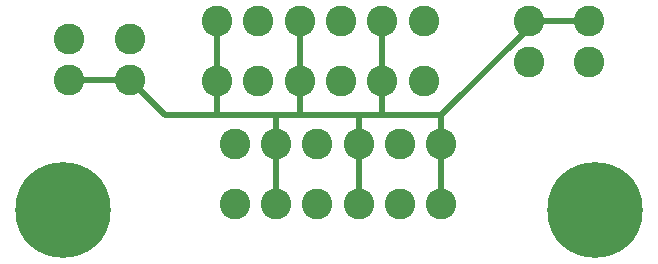
<source format=gbr>
%TF.GenerationSoftware,KiCad,Pcbnew,(5.1.12)-1*%
%TF.CreationDate,2022-01-14T14:31:03-05:00*%
%TF.ProjectId,CANJunction_6x,43414e4a-756e-4637-9469-6f6e5f36782e,00*%
%TF.SameCoordinates,Original*%
%TF.FileFunction,Copper,L2,Bot*%
%TF.FilePolarity,Positive*%
%FSLAX46Y46*%
G04 Gerber Fmt 4.6, Leading zero omitted, Abs format (unit mm)*
G04 Created by KiCad (PCBNEW (5.1.12)-1) date 2022-01-14 14:31:03*
%MOMM*%
%LPD*%
G01*
G04 APERTURE LIST*
%TA.AperFunction,ComponentPad*%
%ADD10C,8.080000*%
%TD*%
%TA.AperFunction,ComponentPad*%
%ADD11C,2.600000*%
%TD*%
%TA.AperFunction,Conductor*%
%ADD12C,0.500000*%
%TD*%
G04 APERTURE END LIST*
D10*
%TO.P,H1,*%
%TO.N,*%
X139500000Y-101500000D03*
X94500000Y-101500000D03*
%TD*%
D11*
%TO.P,J4,5*%
%TO.N,Net-(J1-Pad1)*%
X111000000Y-85500000D03*
%TO.P,J4,6*%
%TO.N,Net-(J1-Pad2)*%
X107500000Y-85500000D03*
%TO.P,J4,3*%
%TO.N,Net-(J1-Pad1)*%
X118000000Y-85500000D03*
%TO.P,J4,4*%
%TO.N,Net-(J1-Pad2)*%
X114500000Y-85500000D03*
%TO.P,J4,5*%
%TO.N,Net-(J1-Pad1)*%
X111000000Y-90600000D03*
%TO.P,J4,6*%
%TO.N,Net-(J1-Pad2)*%
X107500000Y-90600000D03*
%TO.P,J4,4*%
X114500000Y-90600000D03*
%TO.P,J4,3*%
%TO.N,Net-(J1-Pad1)*%
X118000000Y-90600000D03*
%TO.P,J4,2*%
%TO.N,Net-(J1-Pad2)*%
X121500000Y-90600000D03*
%TO.P,J4,1*%
%TO.N,Net-(J1-Pad1)*%
X125000000Y-90600000D03*
%TO.P,J4,2*%
%TO.N,Net-(J1-Pad2)*%
X121500000Y-85500000D03*
%TO.P,J4,1*%
%TO.N,Net-(J1-Pad1)*%
X125000000Y-85500000D03*
%TD*%
%TO.P,J3,5*%
%TO.N,Net-(J1-Pad1)*%
X123000000Y-101000000D03*
%TO.P,J3,6*%
%TO.N,Net-(J1-Pad2)*%
X126500000Y-101000000D03*
%TO.P,J3,3*%
%TO.N,Net-(J1-Pad1)*%
X116000000Y-101000000D03*
%TO.P,J3,4*%
%TO.N,Net-(J1-Pad2)*%
X119500000Y-101000000D03*
%TO.P,J3,5*%
%TO.N,Net-(J1-Pad1)*%
X123000000Y-95900000D03*
%TO.P,J3,6*%
%TO.N,Net-(J1-Pad2)*%
X126500000Y-95900000D03*
%TO.P,J3,4*%
X119500000Y-95900000D03*
%TO.P,J3,3*%
%TO.N,Net-(J1-Pad1)*%
X116000000Y-95900000D03*
%TO.P,J3,2*%
%TO.N,Net-(J1-Pad2)*%
X112500000Y-95900000D03*
%TO.P,J3,1*%
%TO.N,Net-(J1-Pad1)*%
X109000000Y-95900000D03*
%TO.P,J3,2*%
%TO.N,Net-(J1-Pad2)*%
X112500000Y-101000000D03*
%TO.P,J3,1*%
%TO.N,Net-(J1-Pad1)*%
X109000000Y-101000000D03*
%TD*%
%TO.P,J2,2*%
%TO.N,Net-(J1-Pad2)*%
X100100000Y-90500000D03*
%TO.P,J2,1*%
%TO.N,Net-(J1-Pad1)*%
X100100000Y-87000000D03*
%TO.P,J2,2*%
%TO.N,Net-(J1-Pad2)*%
X95000000Y-90500000D03*
%TO.P,J2,1*%
%TO.N,Net-(J1-Pad1)*%
X95000000Y-87000000D03*
%TD*%
%TO.P,J1,2*%
%TO.N,Net-(J1-Pad2)*%
X133900000Y-85500000D03*
%TO.P,J1,1*%
%TO.N,Net-(J1-Pad1)*%
X133900000Y-89000000D03*
%TO.P,J1,2*%
%TO.N,Net-(J1-Pad2)*%
X139000000Y-85500000D03*
%TO.P,J1,1*%
%TO.N,Net-(J1-Pad1)*%
X139000000Y-89000000D03*
%TD*%
D12*
%TO.N,Net-(J1-Pad2)*%
X107400000Y-90500000D02*
X107500000Y-90600000D01*
X107500000Y-85500000D02*
X107500000Y-90600000D01*
X114500000Y-85500000D02*
X114500000Y-90600000D01*
X112500000Y-95900000D02*
X112500000Y-101000000D01*
X121500000Y-85500000D02*
X121500000Y-90600000D01*
X119500000Y-95900000D02*
X119500000Y-101000000D01*
X95000000Y-90500000D02*
X100100000Y-90500000D01*
X100100000Y-90500000D02*
X103100000Y-93500000D01*
X133900000Y-86100000D02*
X133900000Y-85500000D01*
X126500000Y-93500000D02*
X133900000Y-86100000D01*
X133900000Y-85500000D02*
X139000000Y-85500000D01*
X107500000Y-90600000D02*
X107500000Y-93500000D01*
X103100000Y-93500000D02*
X107500000Y-93500000D01*
X112500000Y-95900000D02*
X112500000Y-93500000D01*
X107500000Y-93500000D02*
X112500000Y-93500000D01*
X114500000Y-90600000D02*
X114500000Y-93500000D01*
X112500000Y-93500000D02*
X114500000Y-93500000D01*
X119500000Y-95900000D02*
X119500000Y-93500000D01*
X114500000Y-93500000D02*
X119500000Y-93500000D01*
X121500000Y-93500000D02*
X126500000Y-93500000D01*
X121500000Y-90600000D02*
X121500000Y-93500000D01*
X119500000Y-93500000D02*
X121500000Y-93500000D01*
X126500000Y-95900000D02*
X126500000Y-93500000D01*
X126500000Y-95900000D02*
X126500000Y-101000000D01*
%TD*%
M02*

</source>
